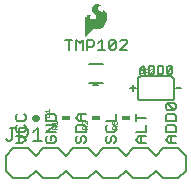
<source format=gbr>
G04 EAGLE Gerber RS-274X export*
G75*
%MOMM*%
%FSLAX34Y34*%
%LPD*%
%INSilkscreen Top*%
%IPPOS*%
%AMOC8*
5,1,8,0,0,1.08239X$1,22.5*%
G01*
%ADD10C,0.152400*%
%ADD11C,0.127000*%
%ADD12R,0.762000X0.457200*%
%ADD13C,0.025400*%
%ADD14C,0.558800*%
%ADD15C,0.203200*%

G36*
X67320Y119281D02*
X67320Y119281D01*
X67324Y119279D01*
X67394Y119315D01*
X67404Y119320D01*
X67405Y119321D01*
X72277Y124803D01*
X73131Y125585D01*
X74121Y126174D01*
X74472Y126301D01*
X74840Y126366D01*
X77115Y126366D01*
X77120Y126368D01*
X77126Y126366D01*
X78490Y126490D01*
X78500Y126496D01*
X78512Y126494D01*
X79831Y126862D01*
X79839Y126870D01*
X79852Y126871D01*
X81082Y127471D01*
X81089Y127478D01*
X81100Y127481D01*
X82257Y128298D01*
X82262Y128306D01*
X82271Y128309D01*
X83302Y129281D01*
X83305Y129289D01*
X83311Y129291D01*
X83312Y129293D01*
X83314Y129294D01*
X84199Y130401D01*
X84201Y130411D01*
X84210Y130418D01*
X85157Y132099D01*
X85158Y132110D01*
X85166Y132120D01*
X85794Y133944D01*
X85793Y133955D01*
X85800Y133966D01*
X86088Y135873D01*
X86085Y135884D01*
X86090Y135896D01*
X86088Y135948D01*
X86080Y136200D01*
X86076Y136326D01*
X86076Y136327D01*
X86068Y136579D01*
X86060Y136832D01*
X86056Y136958D01*
X86048Y137210D01*
X86037Y137589D01*
X86029Y137824D01*
X86025Y137833D01*
X86027Y137845D01*
X85820Y138884D01*
X85815Y138892D01*
X85815Y138903D01*
X85457Y139900D01*
X85451Y139907D01*
X85450Y139918D01*
X84948Y140852D01*
X84939Y140859D01*
X84936Y140871D01*
X84029Y142008D01*
X84018Y142014D01*
X84011Y142027D01*
X82885Y142948D01*
X82842Y142960D01*
X82801Y142976D01*
X82796Y142974D01*
X82790Y142975D01*
X82752Y142954D01*
X82712Y142935D01*
X82709Y142929D01*
X82705Y142927D01*
X82697Y142898D01*
X82679Y142850D01*
X82679Y141970D01*
X82663Y141850D01*
X82619Y141747D01*
X82345Y141407D01*
X81984Y141159D01*
X81810Y141094D01*
X81272Y141036D01*
X80742Y141134D01*
X80254Y141383D01*
X79352Y142034D01*
X78940Y142388D01*
X78589Y142798D01*
X78306Y143256D01*
X78100Y143750D01*
X78041Y144050D01*
X78053Y144353D01*
X78210Y144872D01*
X78496Y145332D01*
X78891Y145702D01*
X79372Y145957D01*
X79862Y146096D01*
X80373Y146153D01*
X80976Y146153D01*
X80977Y146153D01*
X80999Y146162D01*
X81067Y146191D01*
X81102Y146283D01*
X81098Y146292D01*
X81064Y146368D01*
X81062Y146371D01*
X81061Y146372D01*
X81060Y146373D01*
X81039Y146393D01*
X81032Y146396D01*
X81028Y146404D01*
X80593Y146742D01*
X80578Y146746D01*
X80566Y146758D01*
X80062Y146979D01*
X80061Y146979D01*
X79705Y147131D01*
X79477Y147232D01*
X79467Y147233D01*
X79457Y147239D01*
X78579Y147459D01*
X78570Y147458D01*
X78560Y147462D01*
X77660Y147548D01*
X77650Y147544D01*
X77638Y147548D01*
X76770Y147482D01*
X76759Y147476D01*
X76746Y147477D01*
X75906Y147246D01*
X75896Y147238D01*
X75883Y147237D01*
X75103Y146849D01*
X75096Y146841D01*
X75085Y146838D01*
X74308Y146278D01*
X74304Y146271D01*
X74295Y146267D01*
X73599Y145609D01*
X73594Y145598D01*
X73583Y145590D01*
X73152Y144987D01*
X73149Y144972D01*
X73137Y144959D01*
X72870Y144267D01*
X72870Y144251D01*
X72862Y144236D01*
X72775Y143499D01*
X72780Y143484D01*
X72776Y143467D01*
X72875Y142732D01*
X72883Y142719D01*
X72883Y142702D01*
X73163Y142014D01*
X73172Y142005D01*
X73175Y141991D01*
X74362Y140233D01*
X74370Y140228D01*
X74374Y140217D01*
X75827Y138676D01*
X76197Y138241D01*
X76437Y137738D01*
X76539Y137190D01*
X76496Y136634D01*
X76310Y136109D01*
X75995Y135649D01*
X75570Y135284D01*
X75027Y134991D01*
X74441Y134793D01*
X73831Y134696D01*
X73120Y134731D01*
X72442Y134938D01*
X71836Y135303D01*
X71523Y135631D01*
X71317Y136035D01*
X71224Y136451D01*
X71224Y136879D01*
X71317Y137294D01*
X71389Y137432D01*
X71507Y137546D01*
X72331Y138145D01*
X72464Y138216D01*
X72602Y138244D01*
X72760Y138228D01*
X72803Y138242D01*
X72848Y138253D01*
X72850Y138257D01*
X72854Y138258D01*
X72874Y138299D01*
X72897Y138338D01*
X72896Y138342D01*
X72898Y138346D01*
X72883Y138389D01*
X72870Y138433D01*
X72867Y138435D01*
X72866Y138439D01*
X72828Y138458D01*
X72792Y138479D01*
X72309Y138555D01*
X72304Y138554D01*
X72299Y138556D01*
X71359Y138629D01*
X71350Y138626D01*
X71339Y138629D01*
X70399Y138556D01*
X70389Y138551D01*
X70377Y138552D01*
X69678Y138368D01*
X69668Y138360D01*
X69654Y138359D01*
X69006Y138038D01*
X68998Y138029D01*
X68984Y138025D01*
X68414Y137580D01*
X68408Y137569D01*
X68396Y137563D01*
X67926Y137013D01*
X67922Y137001D01*
X67911Y136992D01*
X67510Y136260D01*
X67509Y136247D01*
X67500Y136236D01*
X67260Y135437D01*
X67261Y135424D01*
X67255Y135411D01*
X67185Y134580D01*
X67187Y134574D01*
X67185Y134569D01*
X67185Y119405D01*
X67187Y119400D01*
X67185Y119396D01*
X67206Y119356D01*
X67223Y119314D01*
X67228Y119313D01*
X67230Y119308D01*
X67273Y119295D01*
X67315Y119279D01*
X67320Y119281D01*
G37*
D10*
X53173Y108712D02*
X53173Y117355D01*
X50292Y117355D02*
X56054Y117355D01*
X59647Y117355D02*
X59647Y108712D01*
X62528Y114474D02*
X59647Y117355D01*
X62528Y114474D02*
X65409Y117355D01*
X65409Y108712D01*
X69002Y108712D02*
X69002Y117355D01*
X73324Y117355D01*
X74765Y115915D01*
X74765Y113034D01*
X73324Y111593D01*
X69002Y111593D01*
X78358Y114474D02*
X81239Y117355D01*
X81239Y108712D01*
X78358Y108712D02*
X84120Y108712D01*
X87713Y110153D02*
X87713Y115915D01*
X89153Y117355D01*
X92034Y117355D01*
X93475Y115915D01*
X93475Y110153D01*
X92034Y108712D01*
X89153Y108712D01*
X87713Y110153D01*
X93475Y115915D01*
X97068Y108712D02*
X102830Y108712D01*
X97068Y108712D02*
X102830Y114474D01*
X102830Y115915D01*
X101390Y117355D01*
X98509Y117355D01*
X97068Y115915D01*
D11*
X107693Y78871D02*
X107693Y74295D01*
X105405Y76583D02*
X109981Y76583D01*
X144145Y76457D02*
X148721Y76457D01*
D10*
X86015Y35734D02*
X84575Y34294D01*
X84575Y31413D01*
X86015Y29972D01*
X87456Y29972D01*
X88896Y31413D01*
X88896Y34294D01*
X90337Y35734D01*
X91777Y35734D01*
X93218Y34294D01*
X93218Y31413D01*
X91777Y29972D01*
X84575Y43649D02*
X86015Y45089D01*
X84575Y43649D02*
X84575Y40768D01*
X86015Y39327D01*
X91777Y39327D01*
X93218Y40768D01*
X93218Y43649D01*
X91777Y45089D01*
X93218Y48682D02*
X84575Y48682D01*
X93218Y48682D02*
X93218Y54445D01*
X35215Y35734D02*
X33775Y34294D01*
X33775Y31413D01*
X35215Y29972D01*
X40977Y29972D01*
X42418Y31413D01*
X42418Y34294D01*
X40977Y35734D01*
X38096Y35734D01*
X38096Y32853D01*
X33775Y39327D02*
X42418Y39327D01*
X42418Y45089D02*
X33775Y39327D01*
X33775Y45089D02*
X42418Y45089D01*
X42418Y48682D02*
X33775Y48682D01*
X42418Y48682D02*
X42418Y53004D01*
X40977Y54445D01*
X35215Y54445D01*
X33775Y53004D01*
X33775Y48682D01*
X112856Y29972D02*
X118618Y29972D01*
X112856Y29972D02*
X109975Y32853D01*
X112856Y35734D01*
X118618Y35734D01*
X114296Y35734D02*
X114296Y29972D01*
X109975Y39327D02*
X118618Y39327D01*
X118618Y45089D01*
X118618Y51564D02*
X109975Y51564D01*
X109975Y54445D02*
X109975Y48682D01*
X60615Y35734D02*
X59175Y34294D01*
X59175Y31413D01*
X60615Y29972D01*
X62056Y29972D01*
X63496Y31413D01*
X63496Y34294D01*
X64937Y35734D01*
X66377Y35734D01*
X67818Y34294D01*
X67818Y31413D01*
X66377Y29972D01*
X67818Y39327D02*
X59175Y39327D01*
X67818Y39327D02*
X67818Y43649D01*
X66377Y45089D01*
X60615Y45089D01*
X59175Y43649D01*
X59175Y39327D01*
X62056Y48682D02*
X67818Y48682D01*
X62056Y48682D02*
X59175Y51564D01*
X62056Y54445D01*
X67818Y54445D01*
X63496Y54445D02*
X63496Y48682D01*
X14137Y29972D02*
X8375Y29972D01*
X14137Y29972D02*
X17018Y32853D01*
X14137Y35734D01*
X8375Y35734D01*
X8375Y43649D02*
X9815Y45089D01*
X8375Y43649D02*
X8375Y40768D01*
X9815Y39327D01*
X15577Y39327D01*
X17018Y40768D01*
X17018Y43649D01*
X15577Y45089D01*
X8375Y53004D02*
X9815Y54445D01*
X8375Y53004D02*
X8375Y50123D01*
X9815Y48682D01*
X15577Y48682D01*
X17018Y50123D01*
X17018Y53004D01*
X15577Y54445D01*
X138256Y29972D02*
X144018Y29972D01*
X138256Y29972D02*
X135375Y32853D01*
X138256Y35734D01*
X144018Y35734D01*
X139696Y35734D02*
X139696Y29972D01*
X135375Y39327D02*
X144018Y39327D01*
X144018Y43649D01*
X142577Y45089D01*
X136815Y45089D01*
X135375Y43649D01*
X135375Y39327D01*
X135375Y48682D02*
X144018Y48682D01*
X144018Y53004D01*
X142577Y54445D01*
X136815Y54445D01*
X135375Y53004D01*
X135375Y48682D01*
X136815Y58038D02*
X142577Y58038D01*
X136815Y58038D02*
X135375Y59478D01*
X135375Y62359D01*
X136815Y63800D01*
X142577Y63800D01*
X144018Y62359D01*
X144018Y59478D01*
X142577Y58038D01*
X136815Y63800D01*
D11*
X113665Y88265D02*
X113665Y92841D01*
X115953Y95129D01*
X118241Y92841D01*
X118241Y88265D01*
X118241Y91697D02*
X113665Y91697D01*
X121149Y95129D02*
X121149Y88265D01*
X124581Y88265D01*
X125725Y89409D01*
X125725Y93985D01*
X124581Y95129D01*
X121149Y95129D01*
X128633Y95129D02*
X128633Y88265D01*
X132065Y88265D01*
X133209Y89409D01*
X133209Y93985D01*
X132065Y95129D01*
X128633Y95129D01*
X136117Y93985D02*
X136117Y89409D01*
X136117Y93985D02*
X137261Y95129D01*
X139549Y95129D01*
X140693Y93985D01*
X140693Y89409D01*
X139549Y88265D01*
X137261Y88265D01*
X136117Y89409D01*
X140693Y93985D01*
D12*
X50800Y50800D03*
D13*
X43053Y42037D02*
X39240Y42037D01*
X39240Y43944D01*
X39875Y44579D01*
X41146Y44579D01*
X41782Y43944D01*
X41782Y42037D01*
X41782Y43308D02*
X43053Y44579D01*
X40511Y45779D02*
X39240Y47050D01*
X43053Y47050D01*
X43053Y45779D02*
X43053Y48321D01*
D12*
X76200Y50800D03*
D13*
X68453Y42037D02*
X64640Y42037D01*
X64640Y43944D01*
X65275Y44579D01*
X66546Y44579D01*
X67182Y43944D01*
X67182Y42037D01*
X67182Y43308D02*
X68453Y44579D01*
X68453Y45779D02*
X68453Y48321D01*
X68453Y45779D02*
X65911Y48321D01*
X65275Y48321D01*
X64640Y47686D01*
X64640Y46415D01*
X65275Y45779D01*
D12*
X101600Y50800D03*
D13*
X93853Y42037D02*
X90040Y42037D01*
X90040Y43944D01*
X90675Y44579D01*
X91946Y44579D01*
X92582Y43944D01*
X92582Y42037D01*
X92582Y43308D02*
X93853Y44579D01*
X90675Y45779D02*
X90040Y46415D01*
X90040Y47686D01*
X90675Y48321D01*
X91311Y48321D01*
X91946Y47686D01*
X91946Y47050D01*
X91946Y47686D02*
X92582Y48321D01*
X93217Y48321D01*
X93853Y47686D01*
X93853Y46415D01*
X93217Y45779D01*
D14*
X25705Y50800D02*
X25095Y50800D01*
D13*
X33144Y54239D02*
X33779Y54875D01*
X33144Y54239D02*
X33144Y52968D01*
X33779Y52333D01*
X36321Y52333D01*
X36957Y52968D01*
X36957Y54239D01*
X36321Y54875D01*
X34415Y56075D02*
X33144Y57346D01*
X36957Y57346D01*
X36957Y56075D02*
X36957Y58617D01*
D15*
X127000Y19050D02*
X133350Y25400D01*
X146050Y25400D01*
X152400Y19050D01*
X152400Y6350D02*
X146050Y0D01*
X133350Y0D01*
X127000Y6350D01*
X95250Y25400D02*
X82550Y25400D01*
X95250Y25400D02*
X101600Y19050D01*
X101600Y6350D02*
X95250Y0D01*
X101600Y19050D02*
X107950Y25400D01*
X120650Y25400D01*
X127000Y19050D01*
X127000Y6350D02*
X120650Y0D01*
X107950Y0D01*
X101600Y6350D01*
X57150Y25400D02*
X50800Y19050D01*
X57150Y25400D02*
X69850Y25400D01*
X76200Y19050D01*
X76200Y6350D02*
X69850Y0D01*
X57150Y0D01*
X50800Y6350D01*
X76200Y19050D02*
X82550Y25400D01*
X76200Y6350D02*
X82550Y0D01*
X95250Y0D01*
X19050Y25400D02*
X6350Y25400D01*
X19050Y25400D02*
X25400Y19050D01*
X25400Y6350D02*
X19050Y0D01*
X25400Y19050D02*
X31750Y25400D01*
X44450Y25400D01*
X50800Y19050D01*
X50800Y6350D02*
X44450Y0D01*
X31750Y0D01*
X25400Y6350D01*
X0Y6350D02*
X0Y19050D01*
X6350Y25400D01*
X0Y6350D02*
X6350Y0D01*
X19050Y0D01*
X152400Y6350D02*
X152400Y19050D01*
D11*
X1780Y31623D02*
X-127Y33530D01*
X1780Y31623D02*
X3686Y31623D01*
X5593Y33530D01*
X5593Y43063D01*
X3686Y43063D02*
X7500Y43063D01*
X11567Y43063D02*
X11567Y31623D01*
X11567Y43063D02*
X17287Y43063D01*
X19193Y41156D01*
X19193Y37343D01*
X17287Y35436D01*
X11567Y35436D01*
X23261Y39250D02*
X27074Y43063D01*
X27074Y31623D01*
X23261Y31623D02*
X30887Y31623D01*
D10*
X114300Y66040D02*
X139700Y66040D01*
X142240Y83820D02*
X142238Y83920D01*
X142232Y84019D01*
X142222Y84119D01*
X142209Y84217D01*
X142191Y84316D01*
X142170Y84413D01*
X142145Y84509D01*
X142116Y84605D01*
X142083Y84699D01*
X142047Y84792D01*
X142007Y84883D01*
X141963Y84973D01*
X141916Y85061D01*
X141866Y85147D01*
X141812Y85231D01*
X141755Y85313D01*
X141695Y85392D01*
X141631Y85470D01*
X141565Y85544D01*
X141496Y85616D01*
X141424Y85685D01*
X141350Y85751D01*
X141272Y85815D01*
X141193Y85875D01*
X141111Y85932D01*
X141027Y85986D01*
X140941Y86036D01*
X140853Y86083D01*
X140763Y86127D01*
X140672Y86167D01*
X140579Y86203D01*
X140485Y86236D01*
X140389Y86265D01*
X140293Y86290D01*
X140196Y86311D01*
X140097Y86329D01*
X139999Y86342D01*
X139899Y86352D01*
X139800Y86358D01*
X139700Y86360D01*
X114300Y86360D02*
X114200Y86358D01*
X114101Y86352D01*
X114001Y86342D01*
X113903Y86329D01*
X113804Y86311D01*
X113707Y86290D01*
X113611Y86265D01*
X113515Y86236D01*
X113421Y86203D01*
X113328Y86167D01*
X113237Y86127D01*
X113147Y86083D01*
X113059Y86036D01*
X112973Y85986D01*
X112889Y85932D01*
X112807Y85875D01*
X112728Y85815D01*
X112650Y85751D01*
X112576Y85685D01*
X112504Y85616D01*
X112435Y85544D01*
X112369Y85470D01*
X112305Y85392D01*
X112245Y85313D01*
X112188Y85231D01*
X112134Y85147D01*
X112084Y85061D01*
X112037Y84973D01*
X111993Y84883D01*
X111953Y84792D01*
X111917Y84699D01*
X111884Y84605D01*
X111855Y84509D01*
X111830Y84413D01*
X111809Y84316D01*
X111791Y84217D01*
X111778Y84119D01*
X111768Y84019D01*
X111762Y83920D01*
X111760Y83820D01*
X111760Y68580D02*
X111762Y68480D01*
X111768Y68381D01*
X111778Y68281D01*
X111791Y68183D01*
X111809Y68084D01*
X111830Y67987D01*
X111855Y67891D01*
X111884Y67795D01*
X111917Y67701D01*
X111953Y67608D01*
X111993Y67517D01*
X112037Y67427D01*
X112084Y67339D01*
X112134Y67253D01*
X112188Y67169D01*
X112245Y67087D01*
X112305Y67008D01*
X112369Y66930D01*
X112435Y66856D01*
X112504Y66784D01*
X112576Y66715D01*
X112650Y66649D01*
X112728Y66585D01*
X112807Y66525D01*
X112889Y66468D01*
X112973Y66414D01*
X113059Y66364D01*
X113147Y66317D01*
X113237Y66273D01*
X113328Y66233D01*
X113421Y66197D01*
X113515Y66164D01*
X113611Y66135D01*
X113707Y66110D01*
X113804Y66089D01*
X113903Y66071D01*
X114001Y66058D01*
X114101Y66048D01*
X114200Y66042D01*
X114300Y66040D01*
X139700Y66040D02*
X139800Y66042D01*
X139899Y66048D01*
X139999Y66058D01*
X140097Y66071D01*
X140196Y66089D01*
X140293Y66110D01*
X140389Y66135D01*
X140485Y66164D01*
X140579Y66197D01*
X140672Y66233D01*
X140763Y66273D01*
X140853Y66317D01*
X140941Y66364D01*
X141027Y66414D01*
X141111Y66468D01*
X141193Y66525D01*
X141272Y66585D01*
X141350Y66649D01*
X141424Y66715D01*
X141496Y66784D01*
X141565Y66856D01*
X141631Y66930D01*
X141695Y67008D01*
X141755Y67087D01*
X141812Y67169D01*
X141866Y67253D01*
X141916Y67339D01*
X141963Y67427D01*
X142007Y67517D01*
X142047Y67608D01*
X142083Y67701D01*
X142116Y67795D01*
X142145Y67891D01*
X142170Y67987D01*
X142191Y68084D01*
X142209Y68183D01*
X142222Y68281D01*
X142232Y68381D01*
X142238Y68480D01*
X142240Y68580D01*
X142240Y83820D01*
X111760Y83820D02*
X111760Y68580D01*
X114300Y86360D02*
X139700Y86360D01*
D13*
X115063Y89027D02*
X114427Y89663D01*
X115063Y89027D02*
X115698Y89027D01*
X116334Y89663D01*
X116334Y92840D01*
X116969Y92840D02*
X115698Y92840D01*
X118169Y92840D02*
X118169Y89027D01*
X118169Y92840D02*
X120076Y92840D01*
X120711Y92205D01*
X120711Y90934D01*
X120076Y90298D01*
X118169Y90298D01*
X121911Y89027D02*
X124453Y89027D01*
X121911Y89027D02*
X124453Y91569D01*
X124453Y92205D01*
X123818Y92840D01*
X122547Y92840D01*
X121911Y92205D01*
D11*
X82200Y96900D02*
X70200Y96900D01*
X70200Y80900D02*
X82200Y80900D01*
X78200Y79217D02*
X74200Y79217D01*
M02*

</source>
